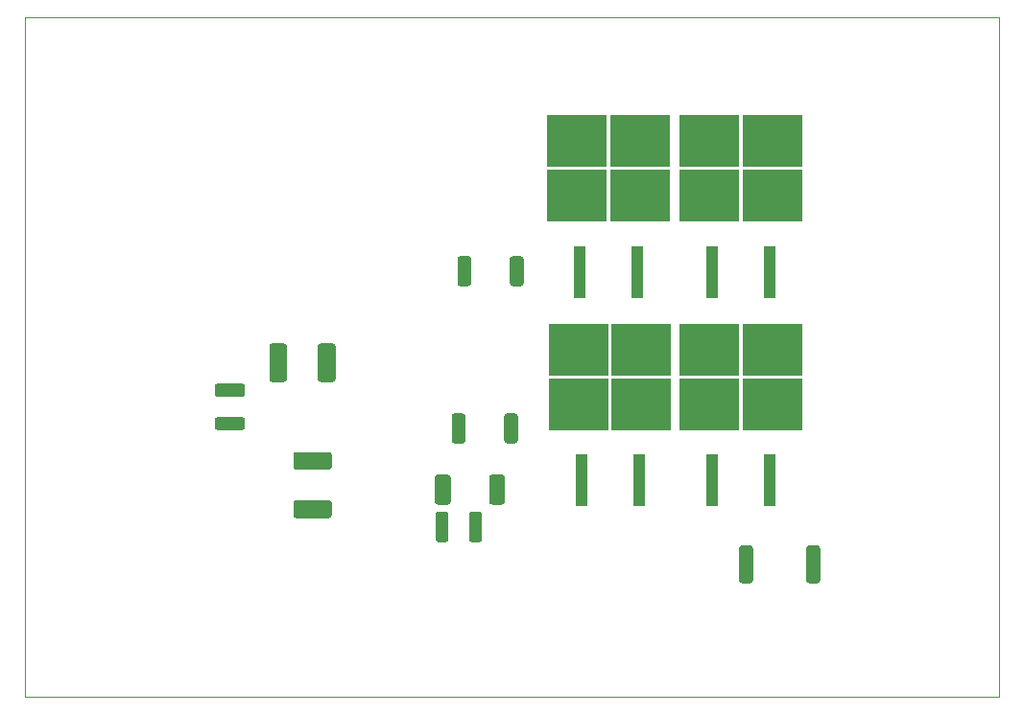
<source format=gbr>
G04 #@! TF.GenerationSoftware,KiCad,Pcbnew,(5.1.9)-1*
G04 #@! TF.CreationDate,2021-06-30T17:08:45-04:00*
G04 #@! TF.ProjectId,Motor Controller 2020,4d6f746f-7220-4436-9f6e-74726f6c6c65,rev?*
G04 #@! TF.SameCoordinates,Original*
G04 #@! TF.FileFunction,Paste,Bot*
G04 #@! TF.FilePolarity,Positive*
%FSLAX46Y46*%
G04 Gerber Fmt 4.6, Leading zero omitted, Abs format (unit mm)*
G04 Created by KiCad (PCBNEW (5.1.9)-1) date 2021-06-30 17:08:45*
%MOMM*%
%LPD*%
G01*
G04 APERTURE LIST*
G04 #@! TA.AperFunction,Profile*
%ADD10C,0.050000*%
G04 #@! TD*
%ADD11R,5.250000X4.550000*%
%ADD12R,1.100000X4.600000*%
G04 APERTURE END LIST*
D10*
X174700000Y-102900000D02*
X174700000Y-42900000D01*
X88700000Y-42900000D02*
X174700000Y-42900000D01*
X88700000Y-102900000D02*
X88700000Y-42900000D01*
X88700000Y-102900000D02*
X174700000Y-102900000D01*
G04 #@! TO.C,C3*
G36*
G01*
X110275000Y-74850002D02*
X110275000Y-71949998D01*
G75*
G02*
X110524998Y-71700000I249998J0D01*
G01*
X111600002Y-71700000D01*
G75*
G02*
X111850000Y-71949998I0J-249998D01*
G01*
X111850000Y-74850002D01*
G75*
G02*
X111600002Y-75100000I-249998J0D01*
G01*
X110524998Y-75100000D01*
G75*
G02*
X110275000Y-74850002I0J249998D01*
G01*
G37*
G36*
G01*
X114550000Y-74850002D02*
X114550000Y-71949998D01*
G75*
G02*
X114799998Y-71700000I249998J0D01*
G01*
X115875002Y-71700000D01*
G75*
G02*
X116125000Y-71949998I0J-249998D01*
G01*
X116125000Y-74850002D01*
G75*
G02*
X115875002Y-75100000I-249998J0D01*
G01*
X114799998Y-75100000D01*
G75*
G02*
X114550000Y-74850002I0J249998D01*
G01*
G37*
G04 #@! TD*
G04 #@! TO.C,R6*
G36*
G01*
X132225000Y-78124999D02*
X132225000Y-80275001D01*
G75*
G02*
X131975001Y-80525000I-249999J0D01*
G01*
X131249999Y-80525000D01*
G75*
G02*
X131000000Y-80275001I0J249999D01*
G01*
X131000000Y-78124999D01*
G75*
G02*
X131249999Y-77875000I249999J0D01*
G01*
X131975001Y-77875000D01*
G75*
G02*
X132225000Y-78124999I0J-249999D01*
G01*
G37*
G36*
G01*
X127600000Y-78124999D02*
X127600000Y-80275001D01*
G75*
G02*
X127350001Y-80525000I-249999J0D01*
G01*
X126624999Y-80525000D01*
G75*
G02*
X126375000Y-80275001I0J249999D01*
G01*
X126375000Y-78124999D01*
G75*
G02*
X126624999Y-77875000I249999J0D01*
G01*
X127350001Y-77875000D01*
G75*
G02*
X127600000Y-78124999I0J-249999D01*
G01*
G37*
G04 #@! TD*
G04 #@! TO.C,C11*
G36*
G01*
X112649998Y-81275000D02*
X115550002Y-81275000D01*
G75*
G02*
X115800000Y-81524998I0J-249998D01*
G01*
X115800000Y-82600002D01*
G75*
G02*
X115550002Y-82850000I-249998J0D01*
G01*
X112649998Y-82850000D01*
G75*
G02*
X112400000Y-82600002I0J249998D01*
G01*
X112400000Y-81524998D01*
G75*
G02*
X112649998Y-81275000I249998J0D01*
G01*
G37*
G36*
G01*
X112649998Y-85550000D02*
X115550002Y-85550000D01*
G75*
G02*
X115800000Y-85799998I0J-249998D01*
G01*
X115800000Y-86875002D01*
G75*
G02*
X115550002Y-87125000I-249998J0D01*
G01*
X112649998Y-87125000D01*
G75*
G02*
X112400000Y-86875002I0J249998D01*
G01*
X112400000Y-85799998D01*
G75*
G02*
X112649998Y-85550000I249998J0D01*
G01*
G37*
G04 #@! TD*
G04 #@! TO.C,JP2*
G36*
G01*
X152950000Y-89774999D02*
X152950000Y-92625001D01*
G75*
G02*
X152700001Y-92875000I-249999J0D01*
G01*
X151974999Y-92875000D01*
G75*
G02*
X151725000Y-92625001I0J249999D01*
G01*
X151725000Y-89774999D01*
G75*
G02*
X151974999Y-89525000I249999J0D01*
G01*
X152700001Y-89525000D01*
G75*
G02*
X152950000Y-89774999I0J-249999D01*
G01*
G37*
G36*
G01*
X158875000Y-89774999D02*
X158875000Y-92625001D01*
G75*
G02*
X158625001Y-92875000I-249999J0D01*
G01*
X157899999Y-92875000D01*
G75*
G02*
X157650000Y-92625001I0J249999D01*
G01*
X157650000Y-89774999D01*
G75*
G02*
X157899999Y-89525000I249999J0D01*
G01*
X158625001Y-89525000D01*
G75*
G02*
X158875000Y-89774999I0J-249999D01*
G01*
G37*
G04 #@! TD*
G04 #@! TO.C,R5*
G36*
G01*
X128100000Y-64224999D02*
X128100000Y-66375001D01*
G75*
G02*
X127850001Y-66625000I-249999J0D01*
G01*
X127124999Y-66625000D01*
G75*
G02*
X126875000Y-66375001I0J249999D01*
G01*
X126875000Y-64224999D01*
G75*
G02*
X127124999Y-63975000I249999J0D01*
G01*
X127850001Y-63975000D01*
G75*
G02*
X128100000Y-64224999I0J-249999D01*
G01*
G37*
G36*
G01*
X132725000Y-64224999D02*
X132725000Y-66375001D01*
G75*
G02*
X132475001Y-66625000I-249999J0D01*
G01*
X131749999Y-66625000D01*
G75*
G02*
X131500000Y-66375001I0J249999D01*
G01*
X131500000Y-64224999D01*
G75*
G02*
X131749999Y-63975000I249999J0D01*
G01*
X132475001Y-63975000D01*
G75*
G02*
X132725000Y-64224999I0J-249999D01*
G01*
G37*
G04 #@! TD*
G04 #@! TO.C,C6*
G36*
G01*
X124950000Y-89000001D02*
X124950000Y-86799999D01*
G75*
G02*
X125199999Y-86550000I249999J0D01*
G01*
X125850001Y-86550000D01*
G75*
G02*
X126100000Y-86799999I0J-249999D01*
G01*
X126100000Y-89000001D01*
G75*
G02*
X125850001Y-89250000I-249999J0D01*
G01*
X125199999Y-89250000D01*
G75*
G02*
X124950000Y-89000001I0J249999D01*
G01*
G37*
G36*
G01*
X127900000Y-89000001D02*
X127900000Y-86799999D01*
G75*
G02*
X128149999Y-86550000I249999J0D01*
G01*
X128800001Y-86550000D01*
G75*
G02*
X129050000Y-86799999I0J-249999D01*
G01*
X129050000Y-89000001D01*
G75*
G02*
X128800001Y-89250000I-249999J0D01*
G01*
X128149999Y-89250000D01*
G75*
G02*
X127900000Y-89000001I0J249999D01*
G01*
G37*
G04 #@! TD*
G04 #@! TO.C,R2*
G36*
G01*
X131075001Y-83530000D02*
X131075001Y-85680002D01*
G75*
G02*
X130825002Y-85930001I-249999J0D01*
G01*
X129925000Y-85930001D01*
G75*
G02*
X129675001Y-85680002I0J249999D01*
G01*
X129675001Y-83530000D01*
G75*
G02*
X129925000Y-83280001I249999J0D01*
G01*
X130825002Y-83280001D01*
G75*
G02*
X131075001Y-83530000I0J-249999D01*
G01*
G37*
G36*
G01*
X126275001Y-83530000D02*
X126275001Y-85680002D01*
G75*
G02*
X126025002Y-85930001I-249999J0D01*
G01*
X125125000Y-85930001D01*
G75*
G02*
X124875001Y-85680002I0J249999D01*
G01*
X124875001Y-83530000D01*
G75*
G02*
X125125000Y-83280001I249999J0D01*
G01*
X126025002Y-83280001D01*
G75*
G02*
X126275001Y-83530000I0J-249999D01*
G01*
G37*
G04 #@! TD*
G04 #@! TO.C,C2*
G36*
G01*
X107900001Y-76400000D02*
X105699999Y-76400000D01*
G75*
G02*
X105450000Y-76150001I0J249999D01*
G01*
X105450000Y-75499999D01*
G75*
G02*
X105699999Y-75250000I249999J0D01*
G01*
X107900001Y-75250000D01*
G75*
G02*
X108150000Y-75499999I0J-249999D01*
G01*
X108150000Y-76150001D01*
G75*
G02*
X107900001Y-76400000I-249999J0D01*
G01*
G37*
G36*
G01*
X107900001Y-79350000D02*
X105699999Y-79350000D01*
G75*
G02*
X105450000Y-79100001I0J249999D01*
G01*
X105450000Y-78449999D01*
G75*
G02*
X105699999Y-78200000I249999J0D01*
G01*
X107900001Y-78200000D01*
G75*
G02*
X108150000Y-78449999I0J-249999D01*
G01*
X108150000Y-79100001D01*
G75*
G02*
X107900001Y-79350000I-249999J0D01*
G01*
G37*
G04 #@! TD*
D11*
G04 #@! TO.C,Q5*
X149117000Y-77078000D03*
X154667000Y-72228000D03*
X154667000Y-77078000D03*
X149117000Y-72228000D03*
D12*
X149352000Y-83803000D03*
X154432000Y-83803000D03*
G04 #@! TD*
D11*
G04 #@! TO.C,Q6*
X137433000Y-58651000D03*
X142983000Y-53801000D03*
X142983000Y-58651000D03*
X137433000Y-53801000D03*
D12*
X137668000Y-65376000D03*
X142748000Y-65376000D03*
G04 #@! TD*
G04 #@! TO.C,Q7*
X154432000Y-65376000D03*
X149352000Y-65376000D03*
D11*
X149117000Y-53801000D03*
X154667000Y-58651000D03*
X154667000Y-53801000D03*
X149117000Y-58651000D03*
G04 #@! TD*
D12*
G04 #@! TO.C,Q8*
X142875000Y-83791000D03*
X137795000Y-83791000D03*
D11*
X137560000Y-72216000D03*
X143110000Y-77066000D03*
X143110000Y-72216000D03*
X137560000Y-77066000D03*
G04 #@! TD*
M02*

</source>
